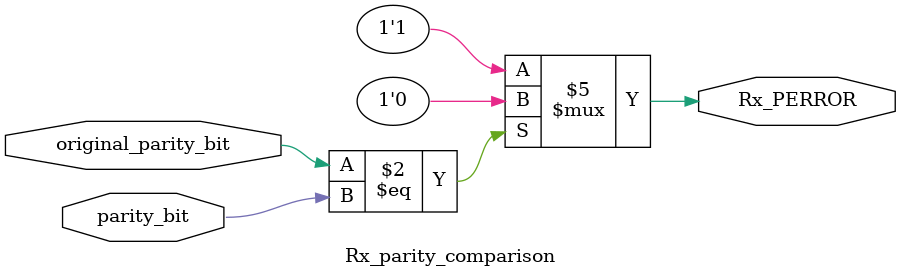
<source format=v>
`timescale 1ns/1ps
 
module Rx_parity_comparison(
  input original_parity_bit,
  input parity_bit,
  output reg Rx_PERROR = 0
);
  
  always @ (original_parity_bit or parity_bit)
  begin
    if (original_parity_bit == parity_bit)
    begin
      Rx_PERROR <= 0; // No error.
    end
    
    else Rx_PERROR <=1; // Something went wrong
  end
    
  
endmodule

</source>
